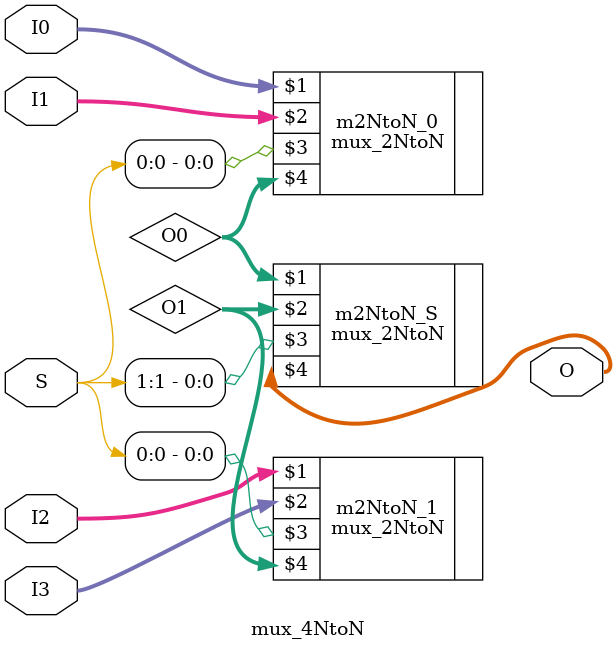
<source format=sv>
module mux_4NtoN 
	# (parameter M = 4)
	  (I0, I1, I2, I3, S, O);
	  
	input  logic [M-1:0] I0;
	input  logic [M-1:0] I1;
	input  logic [M-1:0] I2;
	input  logic [M-1:0] I3;
	input  logic   [1:0]  S; 
	
	output logic [M-1:0]  O;
	
	logic [M-1:0] O0;
	logic [M-1:0] O1;
	
	mux_2NtoN # (.M(M)) m2NtoN_0 (I0, I1, S[0], O0);
	mux_2NtoN # (.M(M)) m2NtoN_1 (I2, I3, S[0], O1);

	mux_2NtoN # (.M(M)) m2NtoN_S (O0, O1, S[1], O);
	
endmodule

</source>
